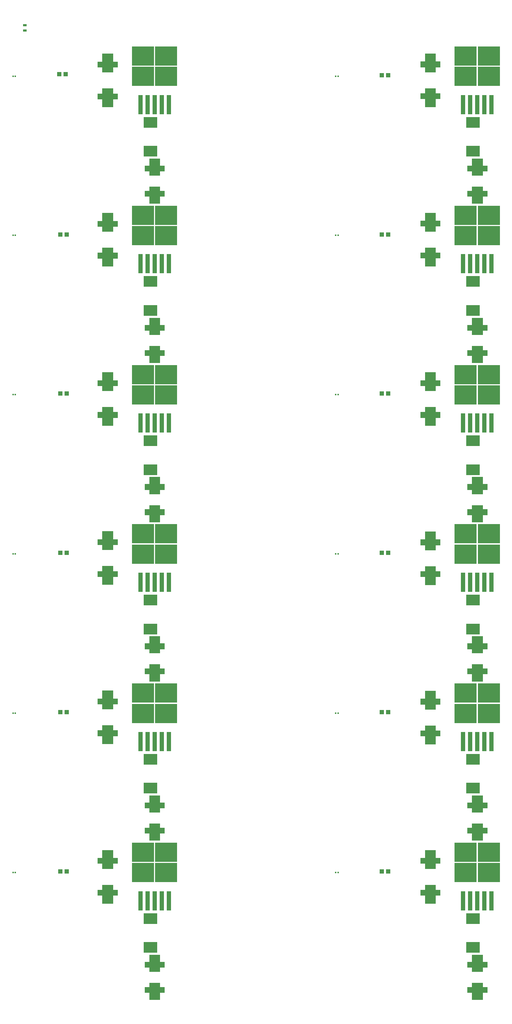
<source format=gbr>
%TF.GenerationSoftware,KiCad,Pcbnew,(6.0.1)*%
%TF.CreationDate,2022-05-02T23:55:26+02:00*%
%TF.ProjectId,CMU,434d552e-6b69-4636-9164-5f7063625858,rev?*%
%TF.SameCoordinates,Original*%
%TF.FileFunction,Paste,Top*%
%TF.FilePolarity,Positive*%
%FSLAX46Y46*%
G04 Gerber Fmt 4.6, Leading zero omitted, Abs format (unit mm)*
G04 Created by KiCad (PCBNEW (6.0.1)) date 2022-05-02 23:55:26*
%MOMM*%
%LPD*%
G01*
G04 APERTURE LIST*
%ADD10C,0.010000*%
%ADD11R,3.300000X2.500000*%
%ADD12R,5.250000X4.550000*%
%ADD13R,1.100000X4.600000*%
%ADD14R,1.000000X1.020000*%
%ADD15R,0.400000X0.420000*%
%ADD16R,0.900000X0.500000*%
G04 APERTURE END LIST*
D10*
%TO.C,C40*%
X101350000Y-182350000D02*
X100250000Y-182350000D01*
X100250000Y-182350000D02*
X100250000Y-180650000D01*
X100250000Y-180650000D02*
X97750000Y-180650000D01*
X97750000Y-180650000D02*
X97750000Y-182350000D01*
X97750000Y-182350000D02*
X96650000Y-182350000D01*
X96650000Y-182350000D02*
X96650000Y-183650000D01*
X96650000Y-183650000D02*
X97750000Y-183650000D01*
X97750000Y-183650000D02*
X97750000Y-184650000D01*
X97750000Y-184650000D02*
X100250000Y-184650000D01*
X100250000Y-184650000D02*
X100250000Y-183650000D01*
X100250000Y-183650000D02*
X101350000Y-183650000D01*
X101350000Y-183650000D02*
X101350000Y-182350000D01*
G36*
X100250000Y-182350000D02*
G01*
X101350000Y-182350000D01*
X101350000Y-183650000D01*
X100250000Y-183650000D01*
X100250000Y-184650000D01*
X97750000Y-184650000D01*
X97750000Y-183650000D01*
X96650000Y-183650000D01*
X96650000Y-182350000D01*
X97750000Y-182350000D01*
X97750000Y-180650000D01*
X100250000Y-180650000D01*
X100250000Y-182350000D01*
G37*
X100250000Y-182350000D02*
X101350000Y-182350000D01*
X101350000Y-183650000D01*
X100250000Y-183650000D01*
X100250000Y-184650000D01*
X97750000Y-184650000D01*
X97750000Y-183650000D01*
X96650000Y-183650000D01*
X96650000Y-182350000D01*
X97750000Y-182350000D01*
X97750000Y-180650000D01*
X100250000Y-180650000D01*
X100250000Y-182350000D01*
X101350000Y-189650000D02*
X100250000Y-189650000D01*
X100250000Y-189650000D02*
X100250000Y-191350000D01*
X100250000Y-191350000D02*
X97750000Y-191350000D01*
X97750000Y-191350000D02*
X97750000Y-189650000D01*
X97750000Y-189650000D02*
X96650000Y-189650000D01*
X96650000Y-189650000D02*
X96650000Y-188350000D01*
X96650000Y-188350000D02*
X97750000Y-188350000D01*
X97750000Y-188350000D02*
X97750000Y-187350000D01*
X97750000Y-187350000D02*
X100250000Y-187350000D01*
X100250000Y-187350000D02*
X100250000Y-188350000D01*
X100250000Y-188350000D02*
X101350000Y-188350000D01*
X101350000Y-188350000D02*
X101350000Y-189650000D01*
G36*
X100250000Y-188350000D02*
G01*
X101350000Y-188350000D01*
X101350000Y-189650000D01*
X100250000Y-189650000D01*
X100250000Y-191350000D01*
X97750000Y-191350000D01*
X97750000Y-189650000D01*
X96650000Y-189650000D01*
X96650000Y-188350000D01*
X97750000Y-188350000D01*
X97750000Y-187350000D01*
X100250000Y-187350000D01*
X100250000Y-188350000D01*
G37*
X100250000Y-188350000D02*
X101350000Y-188350000D01*
X101350000Y-189650000D01*
X100250000Y-189650000D01*
X100250000Y-191350000D01*
X97750000Y-191350000D01*
X97750000Y-189650000D01*
X96650000Y-189650000D01*
X96650000Y-188350000D01*
X97750000Y-188350000D01*
X97750000Y-187350000D01*
X100250000Y-187350000D01*
X100250000Y-188350000D01*
%TO.C,C31*%
X162400000Y-43500000D02*
X163500000Y-43500000D01*
X163500000Y-43500000D02*
X163500000Y-41600000D01*
X163500000Y-41600000D02*
X166000000Y-41600000D01*
X166000000Y-41600000D02*
X166000000Y-43500000D01*
X166000000Y-43500000D02*
X167100000Y-43500000D01*
X167100000Y-43500000D02*
X167100000Y-44800000D01*
X167100000Y-44800000D02*
X166000000Y-44800000D01*
X166000000Y-44800000D02*
X166000000Y-46000000D01*
X166000000Y-46000000D02*
X163500000Y-46000000D01*
X163500000Y-46000000D02*
X163500000Y-44800000D01*
X163500000Y-44800000D02*
X162400000Y-44800000D01*
X162400000Y-44800000D02*
X162400000Y-43500000D01*
G36*
X166000000Y-43500000D02*
G01*
X167100000Y-43500000D01*
X167100000Y-44800000D01*
X166000000Y-44800000D01*
X166000000Y-46000000D01*
X163500000Y-46000000D01*
X163500000Y-44800000D01*
X162400000Y-44800000D01*
X162400000Y-43500000D01*
X163500000Y-43500000D01*
X163500000Y-41600000D01*
X166000000Y-41600000D01*
X166000000Y-43500000D01*
G37*
X166000000Y-43500000D02*
X167100000Y-43500000D01*
X167100000Y-44800000D01*
X166000000Y-44800000D01*
X166000000Y-46000000D01*
X163500000Y-46000000D01*
X163500000Y-44800000D01*
X162400000Y-44800000D01*
X162400000Y-43500000D01*
X163500000Y-43500000D01*
X163500000Y-41600000D01*
X166000000Y-41600000D01*
X166000000Y-43500000D01*
X162400000Y-52400000D02*
X163500000Y-52400000D01*
X163500000Y-52400000D02*
X163500000Y-54300000D01*
X163500000Y-54300000D02*
X166000000Y-54300000D01*
X166000000Y-54300000D02*
X166000000Y-52400000D01*
X166000000Y-52400000D02*
X167100000Y-52400000D01*
X167100000Y-52400000D02*
X167100000Y-51100000D01*
X167100000Y-51100000D02*
X166000000Y-51100000D01*
X166000000Y-51100000D02*
X166000000Y-49900000D01*
X166000000Y-49900000D02*
X163500000Y-49900000D01*
X163500000Y-49900000D02*
X163500000Y-51100000D01*
X163500000Y-51100000D02*
X162400000Y-51100000D01*
X162400000Y-51100000D02*
X162400000Y-52400000D01*
G36*
X166000000Y-51100000D02*
G01*
X167100000Y-51100000D01*
X167100000Y-52400000D01*
X166000000Y-52400000D01*
X166000000Y-54300000D01*
X163500000Y-54300000D01*
X163500000Y-52400000D01*
X162400000Y-52400000D01*
X162400000Y-51100000D01*
X163500000Y-51100000D01*
X163500000Y-49900000D01*
X166000000Y-49900000D01*
X166000000Y-51100000D01*
G37*
X166000000Y-51100000D02*
X167100000Y-51100000D01*
X167100000Y-52400000D01*
X166000000Y-52400000D01*
X166000000Y-54300000D01*
X163500000Y-54300000D01*
X163500000Y-52400000D01*
X162400000Y-52400000D01*
X162400000Y-51100000D01*
X163500000Y-51100000D01*
X163500000Y-49900000D01*
X166000000Y-49900000D01*
X166000000Y-51100000D01*
%TO.C,C38*%
X101350000Y-106350000D02*
X100250000Y-106350000D01*
X100250000Y-106350000D02*
X100250000Y-104650000D01*
X100250000Y-104650000D02*
X97750000Y-104650000D01*
X97750000Y-104650000D02*
X97750000Y-106350000D01*
X97750000Y-106350000D02*
X96650000Y-106350000D01*
X96650000Y-106350000D02*
X96650000Y-107650000D01*
X96650000Y-107650000D02*
X97750000Y-107650000D01*
X97750000Y-107650000D02*
X97750000Y-108650000D01*
X97750000Y-108650000D02*
X100250000Y-108650000D01*
X100250000Y-108650000D02*
X100250000Y-107650000D01*
X100250000Y-107650000D02*
X101350000Y-107650000D01*
X101350000Y-107650000D02*
X101350000Y-106350000D01*
G36*
X100250000Y-106350000D02*
G01*
X101350000Y-106350000D01*
X101350000Y-107650000D01*
X100250000Y-107650000D01*
X100250000Y-108650000D01*
X97750000Y-108650000D01*
X97750000Y-107650000D01*
X96650000Y-107650000D01*
X96650000Y-106350000D01*
X97750000Y-106350000D01*
X97750000Y-104650000D01*
X100250000Y-104650000D01*
X100250000Y-106350000D01*
G37*
X100250000Y-106350000D02*
X101350000Y-106350000D01*
X101350000Y-107650000D01*
X100250000Y-107650000D01*
X100250000Y-108650000D01*
X97750000Y-108650000D01*
X97750000Y-107650000D01*
X96650000Y-107650000D01*
X96650000Y-106350000D01*
X97750000Y-106350000D01*
X97750000Y-104650000D01*
X100250000Y-104650000D01*
X100250000Y-106350000D01*
X101350000Y-113650000D02*
X100250000Y-113650000D01*
X100250000Y-113650000D02*
X100250000Y-115350000D01*
X100250000Y-115350000D02*
X97750000Y-115350000D01*
X97750000Y-115350000D02*
X97750000Y-113650000D01*
X97750000Y-113650000D02*
X96650000Y-113650000D01*
X96650000Y-113650000D02*
X96650000Y-112350000D01*
X96650000Y-112350000D02*
X97750000Y-112350000D01*
X97750000Y-112350000D02*
X97750000Y-111350000D01*
X97750000Y-111350000D02*
X100250000Y-111350000D01*
X100250000Y-111350000D02*
X100250000Y-112350000D01*
X100250000Y-112350000D02*
X101350000Y-112350000D01*
X101350000Y-112350000D02*
X101350000Y-113650000D01*
G36*
X100250000Y-112350000D02*
G01*
X101350000Y-112350000D01*
X101350000Y-113650000D01*
X100250000Y-113650000D01*
X100250000Y-115350000D01*
X97750000Y-115350000D01*
X97750000Y-113650000D01*
X96650000Y-113650000D01*
X96650000Y-112350000D01*
X97750000Y-112350000D01*
X97750000Y-111350000D01*
X100250000Y-111350000D01*
X100250000Y-112350000D01*
G37*
X100250000Y-112350000D02*
X101350000Y-112350000D01*
X101350000Y-113650000D01*
X100250000Y-113650000D01*
X100250000Y-115350000D01*
X97750000Y-115350000D01*
X97750000Y-113650000D01*
X96650000Y-113650000D01*
X96650000Y-112350000D01*
X97750000Y-112350000D01*
X97750000Y-111350000D01*
X100250000Y-111350000D01*
X100250000Y-112350000D01*
%TO.C,C39*%
X101350000Y-151650000D02*
X100250000Y-151650000D01*
X100250000Y-151650000D02*
X100250000Y-153350000D01*
X100250000Y-153350000D02*
X97750000Y-153350000D01*
X97750000Y-153350000D02*
X97750000Y-151650000D01*
X97750000Y-151650000D02*
X96650000Y-151650000D01*
X96650000Y-151650000D02*
X96650000Y-150350000D01*
X96650000Y-150350000D02*
X97750000Y-150350000D01*
X97750000Y-150350000D02*
X97750000Y-149350000D01*
X97750000Y-149350000D02*
X100250000Y-149350000D01*
X100250000Y-149350000D02*
X100250000Y-150350000D01*
X100250000Y-150350000D02*
X101350000Y-150350000D01*
X101350000Y-150350000D02*
X101350000Y-151650000D01*
G36*
X100250000Y-150350000D02*
G01*
X101350000Y-150350000D01*
X101350000Y-151650000D01*
X100250000Y-151650000D01*
X100250000Y-153350000D01*
X97750000Y-153350000D01*
X97750000Y-151650000D01*
X96650000Y-151650000D01*
X96650000Y-150350000D01*
X97750000Y-150350000D01*
X97750000Y-149350000D01*
X100250000Y-149350000D01*
X100250000Y-150350000D01*
G37*
X100250000Y-150350000D02*
X101350000Y-150350000D01*
X101350000Y-151650000D01*
X100250000Y-151650000D01*
X100250000Y-153350000D01*
X97750000Y-153350000D01*
X97750000Y-151650000D01*
X96650000Y-151650000D01*
X96650000Y-150350000D01*
X97750000Y-150350000D01*
X97750000Y-149350000D01*
X100250000Y-149350000D01*
X100250000Y-150350000D01*
X101350000Y-144350000D02*
X100250000Y-144350000D01*
X100250000Y-144350000D02*
X100250000Y-142650000D01*
X100250000Y-142650000D02*
X97750000Y-142650000D01*
X97750000Y-142650000D02*
X97750000Y-144350000D01*
X97750000Y-144350000D02*
X96650000Y-144350000D01*
X96650000Y-144350000D02*
X96650000Y-145650000D01*
X96650000Y-145650000D02*
X97750000Y-145650000D01*
X97750000Y-145650000D02*
X97750000Y-146650000D01*
X97750000Y-146650000D02*
X100250000Y-146650000D01*
X100250000Y-146650000D02*
X100250000Y-145650000D01*
X100250000Y-145650000D02*
X101350000Y-145650000D01*
X101350000Y-145650000D02*
X101350000Y-144350000D01*
G36*
X100250000Y-144350000D02*
G01*
X101350000Y-144350000D01*
X101350000Y-145650000D01*
X100250000Y-145650000D01*
X100250000Y-146650000D01*
X97750000Y-146650000D01*
X97750000Y-145650000D01*
X96650000Y-145650000D01*
X96650000Y-144350000D01*
X97750000Y-144350000D01*
X97750000Y-142650000D01*
X100250000Y-142650000D01*
X100250000Y-144350000D01*
G37*
X100250000Y-144350000D02*
X101350000Y-144350000D01*
X101350000Y-145650000D01*
X100250000Y-145650000D01*
X100250000Y-146650000D01*
X97750000Y-146650000D01*
X97750000Y-145650000D01*
X96650000Y-145650000D01*
X96650000Y-144350000D01*
X97750000Y-144350000D01*
X97750000Y-142650000D01*
X100250000Y-142650000D01*
X100250000Y-144350000D01*
%TO.C,C32*%
X162400000Y-81500000D02*
X163500000Y-81500000D01*
X163500000Y-81500000D02*
X163500000Y-79600000D01*
X163500000Y-79600000D02*
X166000000Y-79600000D01*
X166000000Y-79600000D02*
X166000000Y-81500000D01*
X166000000Y-81500000D02*
X167100000Y-81500000D01*
X167100000Y-81500000D02*
X167100000Y-82800000D01*
X167100000Y-82800000D02*
X166000000Y-82800000D01*
X166000000Y-82800000D02*
X166000000Y-84000000D01*
X166000000Y-84000000D02*
X163500000Y-84000000D01*
X163500000Y-84000000D02*
X163500000Y-82800000D01*
X163500000Y-82800000D02*
X162400000Y-82800000D01*
X162400000Y-82800000D02*
X162400000Y-81500000D01*
G36*
X166000000Y-81500000D02*
G01*
X167100000Y-81500000D01*
X167100000Y-82800000D01*
X166000000Y-82800000D01*
X166000000Y-84000000D01*
X163500000Y-84000000D01*
X163500000Y-82800000D01*
X162400000Y-82800000D01*
X162400000Y-81500000D01*
X163500000Y-81500000D01*
X163500000Y-79600000D01*
X166000000Y-79600000D01*
X166000000Y-81500000D01*
G37*
X166000000Y-81500000D02*
X167100000Y-81500000D01*
X167100000Y-82800000D01*
X166000000Y-82800000D01*
X166000000Y-84000000D01*
X163500000Y-84000000D01*
X163500000Y-82800000D01*
X162400000Y-82800000D01*
X162400000Y-81500000D01*
X163500000Y-81500000D01*
X163500000Y-79600000D01*
X166000000Y-79600000D01*
X166000000Y-81500000D01*
X162400000Y-90400000D02*
X163500000Y-90400000D01*
X163500000Y-90400000D02*
X163500000Y-92300000D01*
X163500000Y-92300000D02*
X166000000Y-92300000D01*
X166000000Y-92300000D02*
X166000000Y-90400000D01*
X166000000Y-90400000D02*
X167100000Y-90400000D01*
X167100000Y-90400000D02*
X167100000Y-89100000D01*
X167100000Y-89100000D02*
X166000000Y-89100000D01*
X166000000Y-89100000D02*
X166000000Y-87900000D01*
X166000000Y-87900000D02*
X163500000Y-87900000D01*
X163500000Y-87900000D02*
X163500000Y-89100000D01*
X163500000Y-89100000D02*
X162400000Y-89100000D01*
X162400000Y-89100000D02*
X162400000Y-90400000D01*
G36*
X166000000Y-89100000D02*
G01*
X167100000Y-89100000D01*
X167100000Y-90400000D01*
X166000000Y-90400000D01*
X166000000Y-92300000D01*
X163500000Y-92300000D01*
X163500000Y-90400000D01*
X162400000Y-90400000D01*
X162400000Y-89100000D01*
X163500000Y-89100000D01*
X163500000Y-87900000D01*
X166000000Y-87900000D01*
X166000000Y-89100000D01*
G37*
X166000000Y-89100000D02*
X167100000Y-89100000D01*
X167100000Y-90400000D01*
X166000000Y-90400000D01*
X166000000Y-92300000D01*
X163500000Y-92300000D01*
X163500000Y-90400000D01*
X162400000Y-90400000D01*
X162400000Y-89100000D01*
X163500000Y-89100000D01*
X163500000Y-87900000D01*
X166000000Y-87900000D01*
X166000000Y-89100000D01*
%TO.C,C27*%
X85400000Y-119550000D02*
X86500000Y-119550000D01*
X86500000Y-119550000D02*
X86500000Y-117650000D01*
X86500000Y-117650000D02*
X89000000Y-117650000D01*
X89000000Y-117650000D02*
X89000000Y-119550000D01*
X89000000Y-119550000D02*
X90100000Y-119550000D01*
X90100000Y-119550000D02*
X90100000Y-120850000D01*
X90100000Y-120850000D02*
X89000000Y-120850000D01*
X89000000Y-120850000D02*
X89000000Y-122050000D01*
X89000000Y-122050000D02*
X86500000Y-122050000D01*
X86500000Y-122050000D02*
X86500000Y-120850000D01*
X86500000Y-120850000D02*
X85400000Y-120850000D01*
X85400000Y-120850000D02*
X85400000Y-119550000D01*
G36*
X89000000Y-119550000D02*
G01*
X90100000Y-119550000D01*
X90100000Y-120850000D01*
X89000000Y-120850000D01*
X89000000Y-122050000D01*
X86500000Y-122050000D01*
X86500000Y-120850000D01*
X85400000Y-120850000D01*
X85400000Y-119550000D01*
X86500000Y-119550000D01*
X86500000Y-117650000D01*
X89000000Y-117650000D01*
X89000000Y-119550000D01*
G37*
X89000000Y-119550000D02*
X90100000Y-119550000D01*
X90100000Y-120850000D01*
X89000000Y-120850000D01*
X89000000Y-122050000D01*
X86500000Y-122050000D01*
X86500000Y-120850000D01*
X85400000Y-120850000D01*
X85400000Y-119550000D01*
X86500000Y-119550000D01*
X86500000Y-117650000D01*
X89000000Y-117650000D01*
X89000000Y-119550000D01*
X85400000Y-128450000D02*
X86500000Y-128450000D01*
X86500000Y-128450000D02*
X86500000Y-130350000D01*
X86500000Y-130350000D02*
X89000000Y-130350000D01*
X89000000Y-130350000D02*
X89000000Y-128450000D01*
X89000000Y-128450000D02*
X90100000Y-128450000D01*
X90100000Y-128450000D02*
X90100000Y-127150000D01*
X90100000Y-127150000D02*
X89000000Y-127150000D01*
X89000000Y-127150000D02*
X89000000Y-125950000D01*
X89000000Y-125950000D02*
X86500000Y-125950000D01*
X86500000Y-125950000D02*
X86500000Y-127150000D01*
X86500000Y-127150000D02*
X85400000Y-127150000D01*
X85400000Y-127150000D02*
X85400000Y-128450000D01*
G36*
X89000000Y-127150000D02*
G01*
X90100000Y-127150000D01*
X90100000Y-128450000D01*
X89000000Y-128450000D01*
X89000000Y-130350000D01*
X86500000Y-130350000D01*
X86500000Y-128450000D01*
X85400000Y-128450000D01*
X85400000Y-127150000D01*
X86500000Y-127150000D01*
X86500000Y-125950000D01*
X89000000Y-125950000D01*
X89000000Y-127150000D01*
G37*
X89000000Y-127150000D02*
X90100000Y-127150000D01*
X90100000Y-128450000D01*
X89000000Y-128450000D01*
X89000000Y-130350000D01*
X86500000Y-130350000D01*
X86500000Y-128450000D01*
X85400000Y-128450000D01*
X85400000Y-127150000D01*
X86500000Y-127150000D01*
X86500000Y-125950000D01*
X89000000Y-125950000D01*
X89000000Y-127150000D01*
%TO.C,C37*%
X101350000Y-68350000D02*
X100250000Y-68350000D01*
X100250000Y-68350000D02*
X100250000Y-66650000D01*
X100250000Y-66650000D02*
X97750000Y-66650000D01*
X97750000Y-66650000D02*
X97750000Y-68350000D01*
X97750000Y-68350000D02*
X96650000Y-68350000D01*
X96650000Y-68350000D02*
X96650000Y-69650000D01*
X96650000Y-69650000D02*
X97750000Y-69650000D01*
X97750000Y-69650000D02*
X97750000Y-70650000D01*
X97750000Y-70650000D02*
X100250000Y-70650000D01*
X100250000Y-70650000D02*
X100250000Y-69650000D01*
X100250000Y-69650000D02*
X101350000Y-69650000D01*
X101350000Y-69650000D02*
X101350000Y-68350000D01*
G36*
X100250000Y-68350000D02*
G01*
X101350000Y-68350000D01*
X101350000Y-69650000D01*
X100250000Y-69650000D01*
X100250000Y-70650000D01*
X97750000Y-70650000D01*
X97750000Y-69650000D01*
X96650000Y-69650000D01*
X96650000Y-68350000D01*
X97750000Y-68350000D01*
X97750000Y-66650000D01*
X100250000Y-66650000D01*
X100250000Y-68350000D01*
G37*
X100250000Y-68350000D02*
X101350000Y-68350000D01*
X101350000Y-69650000D01*
X100250000Y-69650000D01*
X100250000Y-70650000D01*
X97750000Y-70650000D01*
X97750000Y-69650000D01*
X96650000Y-69650000D01*
X96650000Y-68350000D01*
X97750000Y-68350000D01*
X97750000Y-66650000D01*
X100250000Y-66650000D01*
X100250000Y-68350000D01*
X101350000Y-75650000D02*
X100250000Y-75650000D01*
X100250000Y-75650000D02*
X100250000Y-77350000D01*
X100250000Y-77350000D02*
X97750000Y-77350000D01*
X97750000Y-77350000D02*
X97750000Y-75650000D01*
X97750000Y-75650000D02*
X96650000Y-75650000D01*
X96650000Y-75650000D02*
X96650000Y-74350000D01*
X96650000Y-74350000D02*
X97750000Y-74350000D01*
X97750000Y-74350000D02*
X97750000Y-73350000D01*
X97750000Y-73350000D02*
X100250000Y-73350000D01*
X100250000Y-73350000D02*
X100250000Y-74350000D01*
X100250000Y-74350000D02*
X101350000Y-74350000D01*
X101350000Y-74350000D02*
X101350000Y-75650000D01*
G36*
X100250000Y-74350000D02*
G01*
X101350000Y-74350000D01*
X101350000Y-75650000D01*
X100250000Y-75650000D01*
X100250000Y-77350000D01*
X97750000Y-77350000D01*
X97750000Y-75650000D01*
X96650000Y-75650000D01*
X96650000Y-74350000D01*
X97750000Y-74350000D01*
X97750000Y-73350000D01*
X100250000Y-73350000D01*
X100250000Y-74350000D01*
G37*
X100250000Y-74350000D02*
X101350000Y-74350000D01*
X101350000Y-75650000D01*
X100250000Y-75650000D01*
X100250000Y-77350000D01*
X97750000Y-77350000D01*
X97750000Y-75650000D01*
X96650000Y-75650000D01*
X96650000Y-74350000D01*
X97750000Y-74350000D01*
X97750000Y-73350000D01*
X100250000Y-73350000D01*
X100250000Y-74350000D01*
%TO.C,C30*%
X85400000Y-233550000D02*
X86500000Y-233550000D01*
X86500000Y-233550000D02*
X86500000Y-231650000D01*
X86500000Y-231650000D02*
X89000000Y-231650000D01*
X89000000Y-231650000D02*
X89000000Y-233550000D01*
X89000000Y-233550000D02*
X90100000Y-233550000D01*
X90100000Y-233550000D02*
X90100000Y-234850000D01*
X90100000Y-234850000D02*
X89000000Y-234850000D01*
X89000000Y-234850000D02*
X89000000Y-236050000D01*
X89000000Y-236050000D02*
X86500000Y-236050000D01*
X86500000Y-236050000D02*
X86500000Y-234850000D01*
X86500000Y-234850000D02*
X85400000Y-234850000D01*
X85400000Y-234850000D02*
X85400000Y-233550000D01*
G36*
X89000000Y-233550000D02*
G01*
X90100000Y-233550000D01*
X90100000Y-234850000D01*
X89000000Y-234850000D01*
X89000000Y-236050000D01*
X86500000Y-236050000D01*
X86500000Y-234850000D01*
X85400000Y-234850000D01*
X85400000Y-233550000D01*
X86500000Y-233550000D01*
X86500000Y-231650000D01*
X89000000Y-231650000D01*
X89000000Y-233550000D01*
G37*
X89000000Y-233550000D02*
X90100000Y-233550000D01*
X90100000Y-234850000D01*
X89000000Y-234850000D01*
X89000000Y-236050000D01*
X86500000Y-236050000D01*
X86500000Y-234850000D01*
X85400000Y-234850000D01*
X85400000Y-233550000D01*
X86500000Y-233550000D01*
X86500000Y-231650000D01*
X89000000Y-231650000D01*
X89000000Y-233550000D01*
X85400000Y-242450000D02*
X86500000Y-242450000D01*
X86500000Y-242450000D02*
X86500000Y-244350000D01*
X86500000Y-244350000D02*
X89000000Y-244350000D01*
X89000000Y-244350000D02*
X89000000Y-242450000D01*
X89000000Y-242450000D02*
X90100000Y-242450000D01*
X90100000Y-242450000D02*
X90100000Y-241150000D01*
X90100000Y-241150000D02*
X89000000Y-241150000D01*
X89000000Y-241150000D02*
X89000000Y-239950000D01*
X89000000Y-239950000D02*
X86500000Y-239950000D01*
X86500000Y-239950000D02*
X86500000Y-241150000D01*
X86500000Y-241150000D02*
X85400000Y-241150000D01*
X85400000Y-241150000D02*
X85400000Y-242450000D01*
G36*
X89000000Y-241150000D02*
G01*
X90100000Y-241150000D01*
X90100000Y-242450000D01*
X89000000Y-242450000D01*
X89000000Y-244350000D01*
X86500000Y-244350000D01*
X86500000Y-242450000D01*
X85400000Y-242450000D01*
X85400000Y-241150000D01*
X86500000Y-241150000D01*
X86500000Y-239950000D01*
X89000000Y-239950000D01*
X89000000Y-241150000D01*
G37*
X89000000Y-241150000D02*
X90100000Y-241150000D01*
X90100000Y-242450000D01*
X89000000Y-242450000D01*
X89000000Y-244350000D01*
X86500000Y-244350000D01*
X86500000Y-242450000D01*
X85400000Y-242450000D01*
X85400000Y-241150000D01*
X86500000Y-241150000D01*
X86500000Y-239950000D01*
X89000000Y-239950000D01*
X89000000Y-241150000D01*
%TO.C,C29*%
X85400000Y-195500000D02*
X86500000Y-195500000D01*
X86500000Y-195500000D02*
X86500000Y-193600000D01*
X86500000Y-193600000D02*
X89000000Y-193600000D01*
X89000000Y-193600000D02*
X89000000Y-195500000D01*
X89000000Y-195500000D02*
X90100000Y-195500000D01*
X90100000Y-195500000D02*
X90100000Y-196800000D01*
X90100000Y-196800000D02*
X89000000Y-196800000D01*
X89000000Y-196800000D02*
X89000000Y-198000000D01*
X89000000Y-198000000D02*
X86500000Y-198000000D01*
X86500000Y-198000000D02*
X86500000Y-196800000D01*
X86500000Y-196800000D02*
X85400000Y-196800000D01*
X85400000Y-196800000D02*
X85400000Y-195500000D01*
G36*
X89000000Y-195500000D02*
G01*
X90100000Y-195500000D01*
X90100000Y-196800000D01*
X89000000Y-196800000D01*
X89000000Y-198000000D01*
X86500000Y-198000000D01*
X86500000Y-196800000D01*
X85400000Y-196800000D01*
X85400000Y-195500000D01*
X86500000Y-195500000D01*
X86500000Y-193600000D01*
X89000000Y-193600000D01*
X89000000Y-195500000D01*
G37*
X89000000Y-195500000D02*
X90100000Y-195500000D01*
X90100000Y-196800000D01*
X89000000Y-196800000D01*
X89000000Y-198000000D01*
X86500000Y-198000000D01*
X86500000Y-196800000D01*
X85400000Y-196800000D01*
X85400000Y-195500000D01*
X86500000Y-195500000D01*
X86500000Y-193600000D01*
X89000000Y-193600000D01*
X89000000Y-195500000D01*
X85400000Y-204400000D02*
X86500000Y-204400000D01*
X86500000Y-204400000D02*
X86500000Y-206300000D01*
X86500000Y-206300000D02*
X89000000Y-206300000D01*
X89000000Y-206300000D02*
X89000000Y-204400000D01*
X89000000Y-204400000D02*
X90100000Y-204400000D01*
X90100000Y-204400000D02*
X90100000Y-203100000D01*
X90100000Y-203100000D02*
X89000000Y-203100000D01*
X89000000Y-203100000D02*
X89000000Y-201900000D01*
X89000000Y-201900000D02*
X86500000Y-201900000D01*
X86500000Y-201900000D02*
X86500000Y-203100000D01*
X86500000Y-203100000D02*
X85400000Y-203100000D01*
X85400000Y-203100000D02*
X85400000Y-204400000D01*
G36*
X89000000Y-203100000D02*
G01*
X90100000Y-203100000D01*
X90100000Y-204400000D01*
X89000000Y-204400000D01*
X89000000Y-206300000D01*
X86500000Y-206300000D01*
X86500000Y-204400000D01*
X85400000Y-204400000D01*
X85400000Y-203100000D01*
X86500000Y-203100000D01*
X86500000Y-201900000D01*
X89000000Y-201900000D01*
X89000000Y-203100000D01*
G37*
X89000000Y-203100000D02*
X90100000Y-203100000D01*
X90100000Y-204400000D01*
X89000000Y-204400000D01*
X89000000Y-206300000D01*
X86500000Y-206300000D01*
X86500000Y-204400000D01*
X85400000Y-204400000D01*
X85400000Y-203100000D01*
X86500000Y-203100000D01*
X86500000Y-201900000D01*
X89000000Y-201900000D01*
X89000000Y-203100000D01*
%TO.C,C43*%
X178350000Y-68350000D02*
X177250000Y-68350000D01*
X177250000Y-68350000D02*
X177250000Y-66650000D01*
X177250000Y-66650000D02*
X174750000Y-66650000D01*
X174750000Y-66650000D02*
X174750000Y-68350000D01*
X174750000Y-68350000D02*
X173650000Y-68350000D01*
X173650000Y-68350000D02*
X173650000Y-69650000D01*
X173650000Y-69650000D02*
X174750000Y-69650000D01*
X174750000Y-69650000D02*
X174750000Y-70650000D01*
X174750000Y-70650000D02*
X177250000Y-70650000D01*
X177250000Y-70650000D02*
X177250000Y-69650000D01*
X177250000Y-69650000D02*
X178350000Y-69650000D01*
X178350000Y-69650000D02*
X178350000Y-68350000D01*
G36*
X177250000Y-68350000D02*
G01*
X178350000Y-68350000D01*
X178350000Y-69650000D01*
X177250000Y-69650000D01*
X177250000Y-70650000D01*
X174750000Y-70650000D01*
X174750000Y-69650000D01*
X173650000Y-69650000D01*
X173650000Y-68350000D01*
X174750000Y-68350000D01*
X174750000Y-66650000D01*
X177250000Y-66650000D01*
X177250000Y-68350000D01*
G37*
X177250000Y-68350000D02*
X178350000Y-68350000D01*
X178350000Y-69650000D01*
X177250000Y-69650000D01*
X177250000Y-70650000D01*
X174750000Y-70650000D01*
X174750000Y-69650000D01*
X173650000Y-69650000D01*
X173650000Y-68350000D01*
X174750000Y-68350000D01*
X174750000Y-66650000D01*
X177250000Y-66650000D01*
X177250000Y-68350000D01*
X178350000Y-75650000D02*
X177250000Y-75650000D01*
X177250000Y-75650000D02*
X177250000Y-77350000D01*
X177250000Y-77350000D02*
X174750000Y-77350000D01*
X174750000Y-77350000D02*
X174750000Y-75650000D01*
X174750000Y-75650000D02*
X173650000Y-75650000D01*
X173650000Y-75650000D02*
X173650000Y-74350000D01*
X173650000Y-74350000D02*
X174750000Y-74350000D01*
X174750000Y-74350000D02*
X174750000Y-73350000D01*
X174750000Y-73350000D02*
X177250000Y-73350000D01*
X177250000Y-73350000D02*
X177250000Y-74350000D01*
X177250000Y-74350000D02*
X178350000Y-74350000D01*
X178350000Y-74350000D02*
X178350000Y-75650000D01*
G36*
X177250000Y-74350000D02*
G01*
X178350000Y-74350000D01*
X178350000Y-75650000D01*
X177250000Y-75650000D01*
X177250000Y-77350000D01*
X174750000Y-77350000D01*
X174750000Y-75650000D01*
X173650000Y-75650000D01*
X173650000Y-74350000D01*
X174750000Y-74350000D01*
X174750000Y-73350000D01*
X177250000Y-73350000D01*
X177250000Y-74350000D01*
G37*
X177250000Y-74350000D02*
X178350000Y-74350000D01*
X178350000Y-75650000D01*
X177250000Y-75650000D01*
X177250000Y-77350000D01*
X174750000Y-77350000D01*
X174750000Y-75650000D01*
X173650000Y-75650000D01*
X173650000Y-74350000D01*
X174750000Y-74350000D01*
X174750000Y-73350000D01*
X177250000Y-73350000D01*
X177250000Y-74350000D01*
%TO.C,C46*%
X178350000Y-189650000D02*
X177250000Y-189650000D01*
X177250000Y-189650000D02*
X177250000Y-191350000D01*
X177250000Y-191350000D02*
X174750000Y-191350000D01*
X174750000Y-191350000D02*
X174750000Y-189650000D01*
X174750000Y-189650000D02*
X173650000Y-189650000D01*
X173650000Y-189650000D02*
X173650000Y-188350000D01*
X173650000Y-188350000D02*
X174750000Y-188350000D01*
X174750000Y-188350000D02*
X174750000Y-187350000D01*
X174750000Y-187350000D02*
X177250000Y-187350000D01*
X177250000Y-187350000D02*
X177250000Y-188350000D01*
X177250000Y-188350000D02*
X178350000Y-188350000D01*
X178350000Y-188350000D02*
X178350000Y-189650000D01*
G36*
X177250000Y-188350000D02*
G01*
X178350000Y-188350000D01*
X178350000Y-189650000D01*
X177250000Y-189650000D01*
X177250000Y-191350000D01*
X174750000Y-191350000D01*
X174750000Y-189650000D01*
X173650000Y-189650000D01*
X173650000Y-188350000D01*
X174750000Y-188350000D01*
X174750000Y-187350000D01*
X177250000Y-187350000D01*
X177250000Y-188350000D01*
G37*
X177250000Y-188350000D02*
X178350000Y-188350000D01*
X178350000Y-189650000D01*
X177250000Y-189650000D01*
X177250000Y-191350000D01*
X174750000Y-191350000D01*
X174750000Y-189650000D01*
X173650000Y-189650000D01*
X173650000Y-188350000D01*
X174750000Y-188350000D01*
X174750000Y-187350000D01*
X177250000Y-187350000D01*
X177250000Y-188350000D01*
X178350000Y-182350000D02*
X177250000Y-182350000D01*
X177250000Y-182350000D02*
X177250000Y-180650000D01*
X177250000Y-180650000D02*
X174750000Y-180650000D01*
X174750000Y-180650000D02*
X174750000Y-182350000D01*
X174750000Y-182350000D02*
X173650000Y-182350000D01*
X173650000Y-182350000D02*
X173650000Y-183650000D01*
X173650000Y-183650000D02*
X174750000Y-183650000D01*
X174750000Y-183650000D02*
X174750000Y-184650000D01*
X174750000Y-184650000D02*
X177250000Y-184650000D01*
X177250000Y-184650000D02*
X177250000Y-183650000D01*
X177250000Y-183650000D02*
X178350000Y-183650000D01*
X178350000Y-183650000D02*
X178350000Y-182350000D01*
G36*
X177250000Y-182350000D02*
G01*
X178350000Y-182350000D01*
X178350000Y-183650000D01*
X177250000Y-183650000D01*
X177250000Y-184650000D01*
X174750000Y-184650000D01*
X174750000Y-183650000D01*
X173650000Y-183650000D01*
X173650000Y-182350000D01*
X174750000Y-182350000D01*
X174750000Y-180650000D01*
X177250000Y-180650000D01*
X177250000Y-182350000D01*
G37*
X177250000Y-182350000D02*
X178350000Y-182350000D01*
X178350000Y-183650000D01*
X177250000Y-183650000D01*
X177250000Y-184650000D01*
X174750000Y-184650000D01*
X174750000Y-183650000D01*
X173650000Y-183650000D01*
X173650000Y-182350000D01*
X174750000Y-182350000D01*
X174750000Y-180650000D01*
X177250000Y-180650000D01*
X177250000Y-182350000D01*
%TO.C,C25*%
X85400000Y-43550000D02*
X86500000Y-43550000D01*
X86500000Y-43550000D02*
X86500000Y-41650000D01*
X86500000Y-41650000D02*
X89000000Y-41650000D01*
X89000000Y-41650000D02*
X89000000Y-43550000D01*
X89000000Y-43550000D02*
X90100000Y-43550000D01*
X90100000Y-43550000D02*
X90100000Y-44850000D01*
X90100000Y-44850000D02*
X89000000Y-44850000D01*
X89000000Y-44850000D02*
X89000000Y-46050000D01*
X89000000Y-46050000D02*
X86500000Y-46050000D01*
X86500000Y-46050000D02*
X86500000Y-44850000D01*
X86500000Y-44850000D02*
X85400000Y-44850000D01*
X85400000Y-44850000D02*
X85400000Y-43550000D01*
G36*
X89000000Y-43550000D02*
G01*
X90100000Y-43550000D01*
X90100000Y-44850000D01*
X89000000Y-44850000D01*
X89000000Y-46050000D01*
X86500000Y-46050000D01*
X86500000Y-44850000D01*
X85400000Y-44850000D01*
X85400000Y-43550000D01*
X86500000Y-43550000D01*
X86500000Y-41650000D01*
X89000000Y-41650000D01*
X89000000Y-43550000D01*
G37*
X89000000Y-43550000D02*
X90100000Y-43550000D01*
X90100000Y-44850000D01*
X89000000Y-44850000D01*
X89000000Y-46050000D01*
X86500000Y-46050000D01*
X86500000Y-44850000D01*
X85400000Y-44850000D01*
X85400000Y-43550000D01*
X86500000Y-43550000D01*
X86500000Y-41650000D01*
X89000000Y-41650000D01*
X89000000Y-43550000D01*
X85400000Y-52450000D02*
X86500000Y-52450000D01*
X86500000Y-52450000D02*
X86500000Y-54350000D01*
X86500000Y-54350000D02*
X89000000Y-54350000D01*
X89000000Y-54350000D02*
X89000000Y-52450000D01*
X89000000Y-52450000D02*
X90100000Y-52450000D01*
X90100000Y-52450000D02*
X90100000Y-51150000D01*
X90100000Y-51150000D02*
X89000000Y-51150000D01*
X89000000Y-51150000D02*
X89000000Y-49950000D01*
X89000000Y-49950000D02*
X86500000Y-49950000D01*
X86500000Y-49950000D02*
X86500000Y-51150000D01*
X86500000Y-51150000D02*
X85400000Y-51150000D01*
X85400000Y-51150000D02*
X85400000Y-52450000D01*
G36*
X89000000Y-51150000D02*
G01*
X90100000Y-51150000D01*
X90100000Y-52450000D01*
X89000000Y-52450000D01*
X89000000Y-54350000D01*
X86500000Y-54350000D01*
X86500000Y-52450000D01*
X85400000Y-52450000D01*
X85400000Y-51150000D01*
X86500000Y-51150000D01*
X86500000Y-49950000D01*
X89000000Y-49950000D01*
X89000000Y-51150000D01*
G37*
X89000000Y-51150000D02*
X90100000Y-51150000D01*
X90100000Y-52450000D01*
X89000000Y-52450000D01*
X89000000Y-54350000D01*
X86500000Y-54350000D01*
X86500000Y-52450000D01*
X85400000Y-52450000D01*
X85400000Y-51150000D01*
X86500000Y-51150000D01*
X86500000Y-49950000D01*
X89000000Y-49950000D01*
X89000000Y-51150000D01*
%TO.C,C35*%
X162400000Y-204450000D02*
X163500000Y-204450000D01*
X163500000Y-204450000D02*
X163500000Y-206350000D01*
X163500000Y-206350000D02*
X166000000Y-206350000D01*
X166000000Y-206350000D02*
X166000000Y-204450000D01*
X166000000Y-204450000D02*
X167100000Y-204450000D01*
X167100000Y-204450000D02*
X167100000Y-203150000D01*
X167100000Y-203150000D02*
X166000000Y-203150000D01*
X166000000Y-203150000D02*
X166000000Y-201950000D01*
X166000000Y-201950000D02*
X163500000Y-201950000D01*
X163500000Y-201950000D02*
X163500000Y-203150000D01*
X163500000Y-203150000D02*
X162400000Y-203150000D01*
X162400000Y-203150000D02*
X162400000Y-204450000D01*
G36*
X166000000Y-203150000D02*
G01*
X167100000Y-203150000D01*
X167100000Y-204450000D01*
X166000000Y-204450000D01*
X166000000Y-206350000D01*
X163500000Y-206350000D01*
X163500000Y-204450000D01*
X162400000Y-204450000D01*
X162400000Y-203150000D01*
X163500000Y-203150000D01*
X163500000Y-201950000D01*
X166000000Y-201950000D01*
X166000000Y-203150000D01*
G37*
X166000000Y-203150000D02*
X167100000Y-203150000D01*
X167100000Y-204450000D01*
X166000000Y-204450000D01*
X166000000Y-206350000D01*
X163500000Y-206350000D01*
X163500000Y-204450000D01*
X162400000Y-204450000D01*
X162400000Y-203150000D01*
X163500000Y-203150000D01*
X163500000Y-201950000D01*
X166000000Y-201950000D01*
X166000000Y-203150000D01*
X162400000Y-195550000D02*
X163500000Y-195550000D01*
X163500000Y-195550000D02*
X163500000Y-193650000D01*
X163500000Y-193650000D02*
X166000000Y-193650000D01*
X166000000Y-193650000D02*
X166000000Y-195550000D01*
X166000000Y-195550000D02*
X167100000Y-195550000D01*
X167100000Y-195550000D02*
X167100000Y-196850000D01*
X167100000Y-196850000D02*
X166000000Y-196850000D01*
X166000000Y-196850000D02*
X166000000Y-198050000D01*
X166000000Y-198050000D02*
X163500000Y-198050000D01*
X163500000Y-198050000D02*
X163500000Y-196850000D01*
X163500000Y-196850000D02*
X162400000Y-196850000D01*
X162400000Y-196850000D02*
X162400000Y-195550000D01*
G36*
X166000000Y-195550000D02*
G01*
X167100000Y-195550000D01*
X167100000Y-196850000D01*
X166000000Y-196850000D01*
X166000000Y-198050000D01*
X163500000Y-198050000D01*
X163500000Y-196850000D01*
X162400000Y-196850000D01*
X162400000Y-195550000D01*
X163500000Y-195550000D01*
X163500000Y-193650000D01*
X166000000Y-193650000D01*
X166000000Y-195550000D01*
G37*
X166000000Y-195550000D02*
X167100000Y-195550000D01*
X167100000Y-196850000D01*
X166000000Y-196850000D01*
X166000000Y-198050000D01*
X163500000Y-198050000D01*
X163500000Y-196850000D01*
X162400000Y-196850000D01*
X162400000Y-195550000D01*
X163500000Y-195550000D01*
X163500000Y-193650000D01*
X166000000Y-193650000D01*
X166000000Y-195550000D01*
%TO.C,C44*%
X178350000Y-106350000D02*
X177250000Y-106350000D01*
X177250000Y-106350000D02*
X177250000Y-104650000D01*
X177250000Y-104650000D02*
X174750000Y-104650000D01*
X174750000Y-104650000D02*
X174750000Y-106350000D01*
X174750000Y-106350000D02*
X173650000Y-106350000D01*
X173650000Y-106350000D02*
X173650000Y-107650000D01*
X173650000Y-107650000D02*
X174750000Y-107650000D01*
X174750000Y-107650000D02*
X174750000Y-108650000D01*
X174750000Y-108650000D02*
X177250000Y-108650000D01*
X177250000Y-108650000D02*
X177250000Y-107650000D01*
X177250000Y-107650000D02*
X178350000Y-107650000D01*
X178350000Y-107650000D02*
X178350000Y-106350000D01*
G36*
X177250000Y-106350000D02*
G01*
X178350000Y-106350000D01*
X178350000Y-107650000D01*
X177250000Y-107650000D01*
X177250000Y-108650000D01*
X174750000Y-108650000D01*
X174750000Y-107650000D01*
X173650000Y-107650000D01*
X173650000Y-106350000D01*
X174750000Y-106350000D01*
X174750000Y-104650000D01*
X177250000Y-104650000D01*
X177250000Y-106350000D01*
G37*
X177250000Y-106350000D02*
X178350000Y-106350000D01*
X178350000Y-107650000D01*
X177250000Y-107650000D01*
X177250000Y-108650000D01*
X174750000Y-108650000D01*
X174750000Y-107650000D01*
X173650000Y-107650000D01*
X173650000Y-106350000D01*
X174750000Y-106350000D01*
X174750000Y-104650000D01*
X177250000Y-104650000D01*
X177250000Y-106350000D01*
X178350000Y-113650000D02*
X177250000Y-113650000D01*
X177250000Y-113650000D02*
X177250000Y-115350000D01*
X177250000Y-115350000D02*
X174750000Y-115350000D01*
X174750000Y-115350000D02*
X174750000Y-113650000D01*
X174750000Y-113650000D02*
X173650000Y-113650000D01*
X173650000Y-113650000D02*
X173650000Y-112350000D01*
X173650000Y-112350000D02*
X174750000Y-112350000D01*
X174750000Y-112350000D02*
X174750000Y-111350000D01*
X174750000Y-111350000D02*
X177250000Y-111350000D01*
X177250000Y-111350000D02*
X177250000Y-112350000D01*
X177250000Y-112350000D02*
X178350000Y-112350000D01*
X178350000Y-112350000D02*
X178350000Y-113650000D01*
G36*
X177250000Y-112350000D02*
G01*
X178350000Y-112350000D01*
X178350000Y-113650000D01*
X177250000Y-113650000D01*
X177250000Y-115350000D01*
X174750000Y-115350000D01*
X174750000Y-113650000D01*
X173650000Y-113650000D01*
X173650000Y-112350000D01*
X174750000Y-112350000D01*
X174750000Y-111350000D01*
X177250000Y-111350000D01*
X177250000Y-112350000D01*
G37*
X177250000Y-112350000D02*
X178350000Y-112350000D01*
X178350000Y-113650000D01*
X177250000Y-113650000D01*
X177250000Y-115350000D01*
X174750000Y-115350000D01*
X174750000Y-113650000D01*
X173650000Y-113650000D01*
X173650000Y-112350000D01*
X174750000Y-112350000D01*
X174750000Y-111350000D01*
X177250000Y-111350000D01*
X177250000Y-112350000D01*
%TO.C,C41*%
X101350000Y-227650000D02*
X100250000Y-227650000D01*
X100250000Y-227650000D02*
X100250000Y-229350000D01*
X100250000Y-229350000D02*
X97750000Y-229350000D01*
X97750000Y-229350000D02*
X97750000Y-227650000D01*
X97750000Y-227650000D02*
X96650000Y-227650000D01*
X96650000Y-227650000D02*
X96650000Y-226350000D01*
X96650000Y-226350000D02*
X97750000Y-226350000D01*
X97750000Y-226350000D02*
X97750000Y-225350000D01*
X97750000Y-225350000D02*
X100250000Y-225350000D01*
X100250000Y-225350000D02*
X100250000Y-226350000D01*
X100250000Y-226350000D02*
X101350000Y-226350000D01*
X101350000Y-226350000D02*
X101350000Y-227650000D01*
G36*
X100250000Y-226350000D02*
G01*
X101350000Y-226350000D01*
X101350000Y-227650000D01*
X100250000Y-227650000D01*
X100250000Y-229350000D01*
X97750000Y-229350000D01*
X97750000Y-227650000D01*
X96650000Y-227650000D01*
X96650000Y-226350000D01*
X97750000Y-226350000D01*
X97750000Y-225350000D01*
X100250000Y-225350000D01*
X100250000Y-226350000D01*
G37*
X100250000Y-226350000D02*
X101350000Y-226350000D01*
X101350000Y-227650000D01*
X100250000Y-227650000D01*
X100250000Y-229350000D01*
X97750000Y-229350000D01*
X97750000Y-227650000D01*
X96650000Y-227650000D01*
X96650000Y-226350000D01*
X97750000Y-226350000D01*
X97750000Y-225350000D01*
X100250000Y-225350000D01*
X100250000Y-226350000D01*
X101350000Y-220350000D02*
X100250000Y-220350000D01*
X100250000Y-220350000D02*
X100250000Y-218650000D01*
X100250000Y-218650000D02*
X97750000Y-218650000D01*
X97750000Y-218650000D02*
X97750000Y-220350000D01*
X97750000Y-220350000D02*
X96650000Y-220350000D01*
X96650000Y-220350000D02*
X96650000Y-221650000D01*
X96650000Y-221650000D02*
X97750000Y-221650000D01*
X97750000Y-221650000D02*
X97750000Y-222650000D01*
X97750000Y-222650000D02*
X100250000Y-222650000D01*
X100250000Y-222650000D02*
X100250000Y-221650000D01*
X100250000Y-221650000D02*
X101350000Y-221650000D01*
X101350000Y-221650000D02*
X101350000Y-220350000D01*
G36*
X100250000Y-220350000D02*
G01*
X101350000Y-220350000D01*
X101350000Y-221650000D01*
X100250000Y-221650000D01*
X100250000Y-222650000D01*
X97750000Y-222650000D01*
X97750000Y-221650000D01*
X96650000Y-221650000D01*
X96650000Y-220350000D01*
X97750000Y-220350000D01*
X97750000Y-218650000D01*
X100250000Y-218650000D01*
X100250000Y-220350000D01*
G37*
X100250000Y-220350000D02*
X101350000Y-220350000D01*
X101350000Y-221650000D01*
X100250000Y-221650000D01*
X100250000Y-222650000D01*
X97750000Y-222650000D01*
X97750000Y-221650000D01*
X96650000Y-221650000D01*
X96650000Y-220350000D01*
X97750000Y-220350000D01*
X97750000Y-218650000D01*
X100250000Y-218650000D01*
X100250000Y-220350000D01*
%TO.C,C36*%
X162400000Y-242450000D02*
X163500000Y-242450000D01*
X163500000Y-242450000D02*
X163500000Y-244350000D01*
X163500000Y-244350000D02*
X166000000Y-244350000D01*
X166000000Y-244350000D02*
X166000000Y-242450000D01*
X166000000Y-242450000D02*
X167100000Y-242450000D01*
X167100000Y-242450000D02*
X167100000Y-241150000D01*
X167100000Y-241150000D02*
X166000000Y-241150000D01*
X166000000Y-241150000D02*
X166000000Y-239950000D01*
X166000000Y-239950000D02*
X163500000Y-239950000D01*
X163500000Y-239950000D02*
X163500000Y-241150000D01*
X163500000Y-241150000D02*
X162400000Y-241150000D01*
X162400000Y-241150000D02*
X162400000Y-242450000D01*
G36*
X166000000Y-241150000D02*
G01*
X167100000Y-241150000D01*
X167100000Y-242450000D01*
X166000000Y-242450000D01*
X166000000Y-244350000D01*
X163500000Y-244350000D01*
X163500000Y-242450000D01*
X162400000Y-242450000D01*
X162400000Y-241150000D01*
X163500000Y-241150000D01*
X163500000Y-239950000D01*
X166000000Y-239950000D01*
X166000000Y-241150000D01*
G37*
X166000000Y-241150000D02*
X167100000Y-241150000D01*
X167100000Y-242450000D01*
X166000000Y-242450000D01*
X166000000Y-244350000D01*
X163500000Y-244350000D01*
X163500000Y-242450000D01*
X162400000Y-242450000D01*
X162400000Y-241150000D01*
X163500000Y-241150000D01*
X163500000Y-239950000D01*
X166000000Y-239950000D01*
X166000000Y-241150000D01*
X162400000Y-233550000D02*
X163500000Y-233550000D01*
X163500000Y-233550000D02*
X163500000Y-231650000D01*
X163500000Y-231650000D02*
X166000000Y-231650000D01*
X166000000Y-231650000D02*
X166000000Y-233550000D01*
X166000000Y-233550000D02*
X167100000Y-233550000D01*
X167100000Y-233550000D02*
X167100000Y-234850000D01*
X167100000Y-234850000D02*
X166000000Y-234850000D01*
X166000000Y-234850000D02*
X166000000Y-236050000D01*
X166000000Y-236050000D02*
X163500000Y-236050000D01*
X163500000Y-236050000D02*
X163500000Y-234850000D01*
X163500000Y-234850000D02*
X162400000Y-234850000D01*
X162400000Y-234850000D02*
X162400000Y-233550000D01*
G36*
X166000000Y-233550000D02*
G01*
X167100000Y-233550000D01*
X167100000Y-234850000D01*
X166000000Y-234850000D01*
X166000000Y-236050000D01*
X163500000Y-236050000D01*
X163500000Y-234850000D01*
X162400000Y-234850000D01*
X162400000Y-233550000D01*
X163500000Y-233550000D01*
X163500000Y-231650000D01*
X166000000Y-231650000D01*
X166000000Y-233550000D01*
G37*
X166000000Y-233550000D02*
X167100000Y-233550000D01*
X167100000Y-234850000D01*
X166000000Y-234850000D01*
X166000000Y-236050000D01*
X163500000Y-236050000D01*
X163500000Y-234850000D01*
X162400000Y-234850000D01*
X162400000Y-233550000D01*
X163500000Y-233550000D01*
X163500000Y-231650000D01*
X166000000Y-231650000D01*
X166000000Y-233550000D01*
%TO.C,C42*%
X101350000Y-265650000D02*
X100250000Y-265650000D01*
X100250000Y-265650000D02*
X100250000Y-267350000D01*
X100250000Y-267350000D02*
X97750000Y-267350000D01*
X97750000Y-267350000D02*
X97750000Y-265650000D01*
X97750000Y-265650000D02*
X96650000Y-265650000D01*
X96650000Y-265650000D02*
X96650000Y-264350000D01*
X96650000Y-264350000D02*
X97750000Y-264350000D01*
X97750000Y-264350000D02*
X97750000Y-263350000D01*
X97750000Y-263350000D02*
X100250000Y-263350000D01*
X100250000Y-263350000D02*
X100250000Y-264350000D01*
X100250000Y-264350000D02*
X101350000Y-264350000D01*
X101350000Y-264350000D02*
X101350000Y-265650000D01*
G36*
X100250000Y-264350000D02*
G01*
X101350000Y-264350000D01*
X101350000Y-265650000D01*
X100250000Y-265650000D01*
X100250000Y-267350000D01*
X97750000Y-267350000D01*
X97750000Y-265650000D01*
X96650000Y-265650000D01*
X96650000Y-264350000D01*
X97750000Y-264350000D01*
X97750000Y-263350000D01*
X100250000Y-263350000D01*
X100250000Y-264350000D01*
G37*
X100250000Y-264350000D02*
X101350000Y-264350000D01*
X101350000Y-265650000D01*
X100250000Y-265650000D01*
X100250000Y-267350000D01*
X97750000Y-267350000D01*
X97750000Y-265650000D01*
X96650000Y-265650000D01*
X96650000Y-264350000D01*
X97750000Y-264350000D01*
X97750000Y-263350000D01*
X100250000Y-263350000D01*
X100250000Y-264350000D01*
X101350000Y-258350000D02*
X100250000Y-258350000D01*
X100250000Y-258350000D02*
X100250000Y-256650000D01*
X100250000Y-256650000D02*
X97750000Y-256650000D01*
X97750000Y-256650000D02*
X97750000Y-258350000D01*
X97750000Y-258350000D02*
X96650000Y-258350000D01*
X96650000Y-258350000D02*
X96650000Y-259650000D01*
X96650000Y-259650000D02*
X97750000Y-259650000D01*
X97750000Y-259650000D02*
X97750000Y-260650000D01*
X97750000Y-260650000D02*
X100250000Y-260650000D01*
X100250000Y-260650000D02*
X100250000Y-259650000D01*
X100250000Y-259650000D02*
X101350000Y-259650000D01*
X101350000Y-259650000D02*
X101350000Y-258350000D01*
G36*
X100250000Y-258350000D02*
G01*
X101350000Y-258350000D01*
X101350000Y-259650000D01*
X100250000Y-259650000D01*
X100250000Y-260650000D01*
X97750000Y-260650000D01*
X97750000Y-259650000D01*
X96650000Y-259650000D01*
X96650000Y-258350000D01*
X97750000Y-258350000D01*
X97750000Y-256650000D01*
X100250000Y-256650000D01*
X100250000Y-258350000D01*
G37*
X100250000Y-258350000D02*
X101350000Y-258350000D01*
X101350000Y-259650000D01*
X100250000Y-259650000D01*
X100250000Y-260650000D01*
X97750000Y-260650000D01*
X97750000Y-259650000D01*
X96650000Y-259650000D01*
X96650000Y-258350000D01*
X97750000Y-258350000D01*
X97750000Y-256650000D01*
X100250000Y-256650000D01*
X100250000Y-258350000D01*
%TO.C,C28*%
X85400000Y-166400000D02*
X86500000Y-166400000D01*
X86500000Y-166400000D02*
X86500000Y-168300000D01*
X86500000Y-168300000D02*
X89000000Y-168300000D01*
X89000000Y-168300000D02*
X89000000Y-166400000D01*
X89000000Y-166400000D02*
X90100000Y-166400000D01*
X90100000Y-166400000D02*
X90100000Y-165100000D01*
X90100000Y-165100000D02*
X89000000Y-165100000D01*
X89000000Y-165100000D02*
X89000000Y-163900000D01*
X89000000Y-163900000D02*
X86500000Y-163900000D01*
X86500000Y-163900000D02*
X86500000Y-165100000D01*
X86500000Y-165100000D02*
X85400000Y-165100000D01*
X85400000Y-165100000D02*
X85400000Y-166400000D01*
G36*
X89000000Y-165100000D02*
G01*
X90100000Y-165100000D01*
X90100000Y-166400000D01*
X89000000Y-166400000D01*
X89000000Y-168300000D01*
X86500000Y-168300000D01*
X86500000Y-166400000D01*
X85400000Y-166400000D01*
X85400000Y-165100000D01*
X86500000Y-165100000D01*
X86500000Y-163900000D01*
X89000000Y-163900000D01*
X89000000Y-165100000D01*
G37*
X89000000Y-165100000D02*
X90100000Y-165100000D01*
X90100000Y-166400000D01*
X89000000Y-166400000D01*
X89000000Y-168300000D01*
X86500000Y-168300000D01*
X86500000Y-166400000D01*
X85400000Y-166400000D01*
X85400000Y-165100000D01*
X86500000Y-165100000D01*
X86500000Y-163900000D01*
X89000000Y-163900000D01*
X89000000Y-165100000D01*
X85400000Y-157500000D02*
X86500000Y-157500000D01*
X86500000Y-157500000D02*
X86500000Y-155600000D01*
X86500000Y-155600000D02*
X89000000Y-155600000D01*
X89000000Y-155600000D02*
X89000000Y-157500000D01*
X89000000Y-157500000D02*
X90100000Y-157500000D01*
X90100000Y-157500000D02*
X90100000Y-158800000D01*
X90100000Y-158800000D02*
X89000000Y-158800000D01*
X89000000Y-158800000D02*
X89000000Y-160000000D01*
X89000000Y-160000000D02*
X86500000Y-160000000D01*
X86500000Y-160000000D02*
X86500000Y-158800000D01*
X86500000Y-158800000D02*
X85400000Y-158800000D01*
X85400000Y-158800000D02*
X85400000Y-157500000D01*
G36*
X89000000Y-157500000D02*
G01*
X90100000Y-157500000D01*
X90100000Y-158800000D01*
X89000000Y-158800000D01*
X89000000Y-160000000D01*
X86500000Y-160000000D01*
X86500000Y-158800000D01*
X85400000Y-158800000D01*
X85400000Y-157500000D01*
X86500000Y-157500000D01*
X86500000Y-155600000D01*
X89000000Y-155600000D01*
X89000000Y-157500000D01*
G37*
X89000000Y-157500000D02*
X90100000Y-157500000D01*
X90100000Y-158800000D01*
X89000000Y-158800000D01*
X89000000Y-160000000D01*
X86500000Y-160000000D01*
X86500000Y-158800000D01*
X85400000Y-158800000D01*
X85400000Y-157500000D01*
X86500000Y-157500000D01*
X86500000Y-155600000D01*
X89000000Y-155600000D01*
X89000000Y-157500000D01*
%TO.C,C45*%
X178350000Y-144350000D02*
X177250000Y-144350000D01*
X177250000Y-144350000D02*
X177250000Y-142650000D01*
X177250000Y-142650000D02*
X174750000Y-142650000D01*
X174750000Y-142650000D02*
X174750000Y-144350000D01*
X174750000Y-144350000D02*
X173650000Y-144350000D01*
X173650000Y-144350000D02*
X173650000Y-145650000D01*
X173650000Y-145650000D02*
X174750000Y-145650000D01*
X174750000Y-145650000D02*
X174750000Y-146650000D01*
X174750000Y-146650000D02*
X177250000Y-146650000D01*
X177250000Y-146650000D02*
X177250000Y-145650000D01*
X177250000Y-145650000D02*
X178350000Y-145650000D01*
X178350000Y-145650000D02*
X178350000Y-144350000D01*
G36*
X177250000Y-144350000D02*
G01*
X178350000Y-144350000D01*
X178350000Y-145650000D01*
X177250000Y-145650000D01*
X177250000Y-146650000D01*
X174750000Y-146650000D01*
X174750000Y-145650000D01*
X173650000Y-145650000D01*
X173650000Y-144350000D01*
X174750000Y-144350000D01*
X174750000Y-142650000D01*
X177250000Y-142650000D01*
X177250000Y-144350000D01*
G37*
X177250000Y-144350000D02*
X178350000Y-144350000D01*
X178350000Y-145650000D01*
X177250000Y-145650000D01*
X177250000Y-146650000D01*
X174750000Y-146650000D01*
X174750000Y-145650000D01*
X173650000Y-145650000D01*
X173650000Y-144350000D01*
X174750000Y-144350000D01*
X174750000Y-142650000D01*
X177250000Y-142650000D01*
X177250000Y-144350000D01*
X178350000Y-151650000D02*
X177250000Y-151650000D01*
X177250000Y-151650000D02*
X177250000Y-153350000D01*
X177250000Y-153350000D02*
X174750000Y-153350000D01*
X174750000Y-153350000D02*
X174750000Y-151650000D01*
X174750000Y-151650000D02*
X173650000Y-151650000D01*
X173650000Y-151650000D02*
X173650000Y-150350000D01*
X173650000Y-150350000D02*
X174750000Y-150350000D01*
X174750000Y-150350000D02*
X174750000Y-149350000D01*
X174750000Y-149350000D02*
X177250000Y-149350000D01*
X177250000Y-149350000D02*
X177250000Y-150350000D01*
X177250000Y-150350000D02*
X178350000Y-150350000D01*
X178350000Y-150350000D02*
X178350000Y-151650000D01*
G36*
X177250000Y-150350000D02*
G01*
X178350000Y-150350000D01*
X178350000Y-151650000D01*
X177250000Y-151650000D01*
X177250000Y-153350000D01*
X174750000Y-153350000D01*
X174750000Y-151650000D01*
X173650000Y-151650000D01*
X173650000Y-150350000D01*
X174750000Y-150350000D01*
X174750000Y-149350000D01*
X177250000Y-149350000D01*
X177250000Y-150350000D01*
G37*
X177250000Y-150350000D02*
X178350000Y-150350000D01*
X178350000Y-151650000D01*
X177250000Y-151650000D01*
X177250000Y-153350000D01*
X174750000Y-153350000D01*
X174750000Y-151650000D01*
X173650000Y-151650000D01*
X173650000Y-150350000D01*
X174750000Y-150350000D01*
X174750000Y-149350000D01*
X177250000Y-149350000D01*
X177250000Y-150350000D01*
%TO.C,C33*%
X162400000Y-119550000D02*
X163500000Y-119550000D01*
X163500000Y-119550000D02*
X163500000Y-117650000D01*
X163500000Y-117650000D02*
X166000000Y-117650000D01*
X166000000Y-117650000D02*
X166000000Y-119550000D01*
X166000000Y-119550000D02*
X167100000Y-119550000D01*
X167100000Y-119550000D02*
X167100000Y-120850000D01*
X167100000Y-120850000D02*
X166000000Y-120850000D01*
X166000000Y-120850000D02*
X166000000Y-122050000D01*
X166000000Y-122050000D02*
X163500000Y-122050000D01*
X163500000Y-122050000D02*
X163500000Y-120850000D01*
X163500000Y-120850000D02*
X162400000Y-120850000D01*
X162400000Y-120850000D02*
X162400000Y-119550000D01*
G36*
X166000000Y-119550000D02*
G01*
X167100000Y-119550000D01*
X167100000Y-120850000D01*
X166000000Y-120850000D01*
X166000000Y-122050000D01*
X163500000Y-122050000D01*
X163500000Y-120850000D01*
X162400000Y-120850000D01*
X162400000Y-119550000D01*
X163500000Y-119550000D01*
X163500000Y-117650000D01*
X166000000Y-117650000D01*
X166000000Y-119550000D01*
G37*
X166000000Y-119550000D02*
X167100000Y-119550000D01*
X167100000Y-120850000D01*
X166000000Y-120850000D01*
X166000000Y-122050000D01*
X163500000Y-122050000D01*
X163500000Y-120850000D01*
X162400000Y-120850000D01*
X162400000Y-119550000D01*
X163500000Y-119550000D01*
X163500000Y-117650000D01*
X166000000Y-117650000D01*
X166000000Y-119550000D01*
X162400000Y-128450000D02*
X163500000Y-128450000D01*
X163500000Y-128450000D02*
X163500000Y-130350000D01*
X163500000Y-130350000D02*
X166000000Y-130350000D01*
X166000000Y-130350000D02*
X166000000Y-128450000D01*
X166000000Y-128450000D02*
X167100000Y-128450000D01*
X167100000Y-128450000D02*
X167100000Y-127150000D01*
X167100000Y-127150000D02*
X166000000Y-127150000D01*
X166000000Y-127150000D02*
X166000000Y-125950000D01*
X166000000Y-125950000D02*
X163500000Y-125950000D01*
X163500000Y-125950000D02*
X163500000Y-127150000D01*
X163500000Y-127150000D02*
X162400000Y-127150000D01*
X162400000Y-127150000D02*
X162400000Y-128450000D01*
G36*
X166000000Y-127150000D02*
G01*
X167100000Y-127150000D01*
X167100000Y-128450000D01*
X166000000Y-128450000D01*
X166000000Y-130350000D01*
X163500000Y-130350000D01*
X163500000Y-128450000D01*
X162400000Y-128450000D01*
X162400000Y-127150000D01*
X163500000Y-127150000D01*
X163500000Y-125950000D01*
X166000000Y-125950000D01*
X166000000Y-127150000D01*
G37*
X166000000Y-127150000D02*
X167100000Y-127150000D01*
X167100000Y-128450000D01*
X166000000Y-128450000D01*
X166000000Y-130350000D01*
X163500000Y-130350000D01*
X163500000Y-128450000D01*
X162400000Y-128450000D01*
X162400000Y-127150000D01*
X163500000Y-127150000D01*
X163500000Y-125950000D01*
X166000000Y-125950000D01*
X166000000Y-127150000D01*
%TO.C,C26*%
X85400000Y-81550000D02*
X86500000Y-81550000D01*
X86500000Y-81550000D02*
X86500000Y-79650000D01*
X86500000Y-79650000D02*
X89000000Y-79650000D01*
X89000000Y-79650000D02*
X89000000Y-81550000D01*
X89000000Y-81550000D02*
X90100000Y-81550000D01*
X90100000Y-81550000D02*
X90100000Y-82850000D01*
X90100000Y-82850000D02*
X89000000Y-82850000D01*
X89000000Y-82850000D02*
X89000000Y-84050000D01*
X89000000Y-84050000D02*
X86500000Y-84050000D01*
X86500000Y-84050000D02*
X86500000Y-82850000D01*
X86500000Y-82850000D02*
X85400000Y-82850000D01*
X85400000Y-82850000D02*
X85400000Y-81550000D01*
G36*
X89000000Y-81550000D02*
G01*
X90100000Y-81550000D01*
X90100000Y-82850000D01*
X89000000Y-82850000D01*
X89000000Y-84050000D01*
X86500000Y-84050000D01*
X86500000Y-82850000D01*
X85400000Y-82850000D01*
X85400000Y-81550000D01*
X86500000Y-81550000D01*
X86500000Y-79650000D01*
X89000000Y-79650000D01*
X89000000Y-81550000D01*
G37*
X89000000Y-81550000D02*
X90100000Y-81550000D01*
X90100000Y-82850000D01*
X89000000Y-82850000D01*
X89000000Y-84050000D01*
X86500000Y-84050000D01*
X86500000Y-82850000D01*
X85400000Y-82850000D01*
X85400000Y-81550000D01*
X86500000Y-81550000D01*
X86500000Y-79650000D01*
X89000000Y-79650000D01*
X89000000Y-81550000D01*
X85400000Y-90450000D02*
X86500000Y-90450000D01*
X86500000Y-90450000D02*
X86500000Y-92350000D01*
X86500000Y-92350000D02*
X89000000Y-92350000D01*
X89000000Y-92350000D02*
X89000000Y-90450000D01*
X89000000Y-90450000D02*
X90100000Y-90450000D01*
X90100000Y-90450000D02*
X90100000Y-89150000D01*
X90100000Y-89150000D02*
X89000000Y-89150000D01*
X89000000Y-89150000D02*
X89000000Y-87950000D01*
X89000000Y-87950000D02*
X86500000Y-87950000D01*
X86500000Y-87950000D02*
X86500000Y-89150000D01*
X86500000Y-89150000D02*
X85400000Y-89150000D01*
X85400000Y-89150000D02*
X85400000Y-90450000D01*
G36*
X89000000Y-89150000D02*
G01*
X90100000Y-89150000D01*
X90100000Y-90450000D01*
X89000000Y-90450000D01*
X89000000Y-92350000D01*
X86500000Y-92350000D01*
X86500000Y-90450000D01*
X85400000Y-90450000D01*
X85400000Y-89150000D01*
X86500000Y-89150000D01*
X86500000Y-87950000D01*
X89000000Y-87950000D01*
X89000000Y-89150000D01*
G37*
X89000000Y-89150000D02*
X90100000Y-89150000D01*
X90100000Y-90450000D01*
X89000000Y-90450000D01*
X89000000Y-92350000D01*
X86500000Y-92350000D01*
X86500000Y-90450000D01*
X85400000Y-90450000D01*
X85400000Y-89150000D01*
X86500000Y-89150000D01*
X86500000Y-87950000D01*
X89000000Y-87950000D01*
X89000000Y-89150000D01*
%TO.C,C34*%
X162400000Y-157550000D02*
X163500000Y-157550000D01*
X163500000Y-157550000D02*
X163500000Y-155650000D01*
X163500000Y-155650000D02*
X166000000Y-155650000D01*
X166000000Y-155650000D02*
X166000000Y-157550000D01*
X166000000Y-157550000D02*
X167100000Y-157550000D01*
X167100000Y-157550000D02*
X167100000Y-158850000D01*
X167100000Y-158850000D02*
X166000000Y-158850000D01*
X166000000Y-158850000D02*
X166000000Y-160050000D01*
X166000000Y-160050000D02*
X163500000Y-160050000D01*
X163500000Y-160050000D02*
X163500000Y-158850000D01*
X163500000Y-158850000D02*
X162400000Y-158850000D01*
X162400000Y-158850000D02*
X162400000Y-157550000D01*
G36*
X166000000Y-157550000D02*
G01*
X167100000Y-157550000D01*
X167100000Y-158850000D01*
X166000000Y-158850000D01*
X166000000Y-160050000D01*
X163500000Y-160050000D01*
X163500000Y-158850000D01*
X162400000Y-158850000D01*
X162400000Y-157550000D01*
X163500000Y-157550000D01*
X163500000Y-155650000D01*
X166000000Y-155650000D01*
X166000000Y-157550000D01*
G37*
X166000000Y-157550000D02*
X167100000Y-157550000D01*
X167100000Y-158850000D01*
X166000000Y-158850000D01*
X166000000Y-160050000D01*
X163500000Y-160050000D01*
X163500000Y-158850000D01*
X162400000Y-158850000D01*
X162400000Y-157550000D01*
X163500000Y-157550000D01*
X163500000Y-155650000D01*
X166000000Y-155650000D01*
X166000000Y-157550000D01*
X162400000Y-166450000D02*
X163500000Y-166450000D01*
X163500000Y-166450000D02*
X163500000Y-168350000D01*
X163500000Y-168350000D02*
X166000000Y-168350000D01*
X166000000Y-168350000D02*
X166000000Y-166450000D01*
X166000000Y-166450000D02*
X167100000Y-166450000D01*
X167100000Y-166450000D02*
X167100000Y-165150000D01*
X167100000Y-165150000D02*
X166000000Y-165150000D01*
X166000000Y-165150000D02*
X166000000Y-163950000D01*
X166000000Y-163950000D02*
X163500000Y-163950000D01*
X163500000Y-163950000D02*
X163500000Y-165150000D01*
X163500000Y-165150000D02*
X162400000Y-165150000D01*
X162400000Y-165150000D02*
X162400000Y-166450000D01*
G36*
X166000000Y-165150000D02*
G01*
X167100000Y-165150000D01*
X167100000Y-166450000D01*
X166000000Y-166450000D01*
X166000000Y-168350000D01*
X163500000Y-168350000D01*
X163500000Y-166450000D01*
X162400000Y-166450000D01*
X162400000Y-165150000D01*
X163500000Y-165150000D01*
X163500000Y-163950000D01*
X166000000Y-163950000D01*
X166000000Y-165150000D01*
G37*
X166000000Y-165150000D02*
X167100000Y-165150000D01*
X167100000Y-166450000D01*
X166000000Y-166450000D01*
X166000000Y-168350000D01*
X163500000Y-168350000D01*
X163500000Y-166450000D01*
X162400000Y-166450000D01*
X162400000Y-165150000D01*
X163500000Y-165150000D01*
X163500000Y-163950000D01*
X166000000Y-163950000D01*
X166000000Y-165150000D01*
%TO.C,C48*%
X178350000Y-258350000D02*
X177250000Y-258350000D01*
X177250000Y-258350000D02*
X177250000Y-256650000D01*
X177250000Y-256650000D02*
X174750000Y-256650000D01*
X174750000Y-256650000D02*
X174750000Y-258350000D01*
X174750000Y-258350000D02*
X173650000Y-258350000D01*
X173650000Y-258350000D02*
X173650000Y-259650000D01*
X173650000Y-259650000D02*
X174750000Y-259650000D01*
X174750000Y-259650000D02*
X174750000Y-260650000D01*
X174750000Y-260650000D02*
X177250000Y-260650000D01*
X177250000Y-260650000D02*
X177250000Y-259650000D01*
X177250000Y-259650000D02*
X178350000Y-259650000D01*
X178350000Y-259650000D02*
X178350000Y-258350000D01*
G36*
X177250000Y-258350000D02*
G01*
X178350000Y-258350000D01*
X178350000Y-259650000D01*
X177250000Y-259650000D01*
X177250000Y-260650000D01*
X174750000Y-260650000D01*
X174750000Y-259650000D01*
X173650000Y-259650000D01*
X173650000Y-258350000D01*
X174750000Y-258350000D01*
X174750000Y-256650000D01*
X177250000Y-256650000D01*
X177250000Y-258350000D01*
G37*
X177250000Y-258350000D02*
X178350000Y-258350000D01*
X178350000Y-259650000D01*
X177250000Y-259650000D01*
X177250000Y-260650000D01*
X174750000Y-260650000D01*
X174750000Y-259650000D01*
X173650000Y-259650000D01*
X173650000Y-258350000D01*
X174750000Y-258350000D01*
X174750000Y-256650000D01*
X177250000Y-256650000D01*
X177250000Y-258350000D01*
X178350000Y-265650000D02*
X177250000Y-265650000D01*
X177250000Y-265650000D02*
X177250000Y-267350000D01*
X177250000Y-267350000D02*
X174750000Y-267350000D01*
X174750000Y-267350000D02*
X174750000Y-265650000D01*
X174750000Y-265650000D02*
X173650000Y-265650000D01*
X173650000Y-265650000D02*
X173650000Y-264350000D01*
X173650000Y-264350000D02*
X174750000Y-264350000D01*
X174750000Y-264350000D02*
X174750000Y-263350000D01*
X174750000Y-263350000D02*
X177250000Y-263350000D01*
X177250000Y-263350000D02*
X177250000Y-264350000D01*
X177250000Y-264350000D02*
X178350000Y-264350000D01*
X178350000Y-264350000D02*
X178350000Y-265650000D01*
G36*
X177250000Y-264350000D02*
G01*
X178350000Y-264350000D01*
X178350000Y-265650000D01*
X177250000Y-265650000D01*
X177250000Y-267350000D01*
X174750000Y-267350000D01*
X174750000Y-265650000D01*
X173650000Y-265650000D01*
X173650000Y-264350000D01*
X174750000Y-264350000D01*
X174750000Y-263350000D01*
X177250000Y-263350000D01*
X177250000Y-264350000D01*
G37*
X177250000Y-264350000D02*
X178350000Y-264350000D01*
X178350000Y-265650000D01*
X177250000Y-265650000D01*
X177250000Y-267350000D01*
X174750000Y-267350000D01*
X174750000Y-265650000D01*
X173650000Y-265650000D01*
X173650000Y-264350000D01*
X174750000Y-264350000D01*
X174750000Y-263350000D01*
X177250000Y-263350000D01*
X177250000Y-264350000D01*
%TO.C,C47*%
X178350000Y-227650000D02*
X177250000Y-227650000D01*
X177250000Y-227650000D02*
X177250000Y-229350000D01*
X177250000Y-229350000D02*
X174750000Y-229350000D01*
X174750000Y-229350000D02*
X174750000Y-227650000D01*
X174750000Y-227650000D02*
X173650000Y-227650000D01*
X173650000Y-227650000D02*
X173650000Y-226350000D01*
X173650000Y-226350000D02*
X174750000Y-226350000D01*
X174750000Y-226350000D02*
X174750000Y-225350000D01*
X174750000Y-225350000D02*
X177250000Y-225350000D01*
X177250000Y-225350000D02*
X177250000Y-226350000D01*
X177250000Y-226350000D02*
X178350000Y-226350000D01*
X178350000Y-226350000D02*
X178350000Y-227650000D01*
G36*
X177250000Y-226350000D02*
G01*
X178350000Y-226350000D01*
X178350000Y-227650000D01*
X177250000Y-227650000D01*
X177250000Y-229350000D01*
X174750000Y-229350000D01*
X174750000Y-227650000D01*
X173650000Y-227650000D01*
X173650000Y-226350000D01*
X174750000Y-226350000D01*
X174750000Y-225350000D01*
X177250000Y-225350000D01*
X177250000Y-226350000D01*
G37*
X177250000Y-226350000D02*
X178350000Y-226350000D01*
X178350000Y-227650000D01*
X177250000Y-227650000D01*
X177250000Y-229350000D01*
X174750000Y-229350000D01*
X174750000Y-227650000D01*
X173650000Y-227650000D01*
X173650000Y-226350000D01*
X174750000Y-226350000D01*
X174750000Y-225350000D01*
X177250000Y-225350000D01*
X177250000Y-226350000D01*
X178350000Y-220350000D02*
X177250000Y-220350000D01*
X177250000Y-220350000D02*
X177250000Y-218650000D01*
X177250000Y-218650000D02*
X174750000Y-218650000D01*
X174750000Y-218650000D02*
X174750000Y-220350000D01*
X174750000Y-220350000D02*
X173650000Y-220350000D01*
X173650000Y-220350000D02*
X173650000Y-221650000D01*
X173650000Y-221650000D02*
X174750000Y-221650000D01*
X174750000Y-221650000D02*
X174750000Y-222650000D01*
X174750000Y-222650000D02*
X177250000Y-222650000D01*
X177250000Y-222650000D02*
X177250000Y-221650000D01*
X177250000Y-221650000D02*
X178350000Y-221650000D01*
X178350000Y-221650000D02*
X178350000Y-220350000D01*
G36*
X177250000Y-220350000D02*
G01*
X178350000Y-220350000D01*
X178350000Y-221650000D01*
X177250000Y-221650000D01*
X177250000Y-222650000D01*
X174750000Y-222650000D01*
X174750000Y-221650000D01*
X173650000Y-221650000D01*
X173650000Y-220350000D01*
X174750000Y-220350000D01*
X174750000Y-218650000D01*
X177250000Y-218650000D01*
X177250000Y-220350000D01*
G37*
X177250000Y-220350000D02*
X178350000Y-220350000D01*
X178350000Y-221650000D01*
X177250000Y-221650000D01*
X177250000Y-222650000D01*
X174750000Y-222650000D01*
X174750000Y-221650000D01*
X173650000Y-221650000D01*
X173650000Y-220350000D01*
X174750000Y-220350000D01*
X174750000Y-218650000D01*
X177250000Y-218650000D01*
X177250000Y-220350000D01*
%TD*%
D11*
%TO.C,D3*%
X97990000Y-140900000D03*
X98000000Y-134000000D03*
%TD*%
D12*
%TO.C,U7*%
X173225000Y-42200000D03*
X178775000Y-42200000D03*
X178775000Y-47050000D03*
X173225000Y-47050000D03*
D13*
X172600000Y-53775000D03*
X174300000Y-53775000D03*
X176000000Y-53775000D03*
X177700000Y-53775000D03*
X179400000Y-53775000D03*
%TD*%
D14*
%TO.C,C24*%
X154759000Y-236750000D03*
X153241000Y-236750000D03*
%TD*%
D15*
%TO.C,C8*%
X142220000Y-85000000D03*
X142780000Y-85000000D03*
%TD*%
D12*
%TO.C,U4*%
X96225000Y-161050000D03*
X101775000Y-161050000D03*
X101775000Y-156200000D03*
X96225000Y-156200000D03*
D13*
X95600000Y-167775000D03*
X97300000Y-167775000D03*
X99000000Y-167775000D03*
X100700000Y-167775000D03*
X102400000Y-167775000D03*
%TD*%
D12*
%TO.C,U1*%
X101775000Y-47050000D03*
X96225000Y-42200000D03*
X96225000Y-47050000D03*
X101775000Y-42200000D03*
D13*
X95600000Y-53775000D03*
X97300000Y-53775000D03*
X99000000Y-53775000D03*
X100700000Y-53775000D03*
X102400000Y-53775000D03*
%TD*%
D14*
%TO.C,C19*%
X154759000Y-46750000D03*
X153241000Y-46750000D03*
%TD*%
%TO.C,C22*%
X154759000Y-160750000D03*
X153241000Y-160750000D03*
%TD*%
D12*
%TO.C,U3*%
X101775000Y-123050000D03*
X96225000Y-118200000D03*
X101775000Y-118200000D03*
X96225000Y-123050000D03*
D13*
X95600000Y-129775000D03*
X97300000Y-129775000D03*
X99000000Y-129775000D03*
X100700000Y-129775000D03*
X102400000Y-129775000D03*
%TD*%
D12*
%TO.C,U10*%
X178775000Y-161050000D03*
X173225000Y-156200000D03*
X173225000Y-161050000D03*
X178775000Y-156200000D03*
D13*
X172600000Y-167775000D03*
X174300000Y-167775000D03*
X176000000Y-167775000D03*
X177700000Y-167775000D03*
X179400000Y-167775000D03*
%TD*%
D14*
%TO.C,C18*%
X78009000Y-236750000D03*
X76491000Y-236750000D03*
%TD*%
%TO.C,C14*%
X78009000Y-84750000D03*
X76491000Y-84750000D03*
%TD*%
D11*
%TO.C,D4*%
X97990000Y-178900000D03*
X98000000Y-172000000D03*
%TD*%
D14*
%TO.C,C15*%
X78009000Y-122750000D03*
X76491000Y-122750000D03*
%TD*%
D15*
%TO.C,C3*%
X65220000Y-123000000D03*
X65780000Y-123000000D03*
%TD*%
D11*
%TO.C,D8*%
X174990000Y-102900000D03*
X175000000Y-96000000D03*
%TD*%
D12*
%TO.C,U12*%
X178775000Y-237050000D03*
X178775000Y-232200000D03*
X173225000Y-232200000D03*
X173225000Y-237050000D03*
D13*
X172600000Y-243775000D03*
X174300000Y-243775000D03*
X176000000Y-243775000D03*
X177700000Y-243775000D03*
X179400000Y-243775000D03*
%TD*%
D14*
%TO.C,C20*%
X154759000Y-84750000D03*
X153241000Y-84750000D03*
%TD*%
D12*
%TO.C,U6*%
X101775000Y-237050000D03*
X96225000Y-232200000D03*
X101775000Y-232200000D03*
X96225000Y-237050000D03*
D13*
X95600000Y-243775000D03*
X97300000Y-243775000D03*
X99000000Y-243775000D03*
X100700000Y-243775000D03*
X102400000Y-243775000D03*
%TD*%
D11*
%TO.C,D10*%
X174990000Y-178900000D03*
X175000000Y-172000000D03*
%TD*%
D15*
%TO.C,C7*%
X142220000Y-47000000D03*
X142780000Y-47000000D03*
%TD*%
%TO.C,C1*%
X65780000Y-47000000D03*
X65220000Y-47000000D03*
%TD*%
D11*
%TO.C,D12*%
X174990000Y-254900000D03*
X175000000Y-248000000D03*
%TD*%
D14*
%TO.C,C21*%
X154759000Y-122750000D03*
X153241000Y-122750000D03*
%TD*%
%TO.C,C13*%
X77759000Y-46500000D03*
X76241000Y-46500000D03*
%TD*%
%TO.C,C17*%
X78009000Y-198750000D03*
X76491000Y-198750000D03*
%TD*%
D15*
%TO.C,C6*%
X65220000Y-237000000D03*
X65780000Y-237000000D03*
%TD*%
D12*
%TO.C,U5*%
X101775000Y-194200000D03*
X96225000Y-194200000D03*
X96225000Y-199050000D03*
X101775000Y-199050000D03*
D13*
X95600000Y-205775000D03*
X97300000Y-205775000D03*
X99000000Y-205775000D03*
X100700000Y-205775000D03*
X102400000Y-205775000D03*
%TD*%
D15*
%TO.C,C9*%
X142220000Y-123000000D03*
X142780000Y-123000000D03*
%TD*%
D12*
%TO.C,U11*%
X173225000Y-194200000D03*
X178775000Y-199050000D03*
X178775000Y-194200000D03*
X173225000Y-199050000D03*
D13*
X172600000Y-205775000D03*
X174300000Y-205775000D03*
X176000000Y-205775000D03*
X177700000Y-205775000D03*
X179400000Y-205775000D03*
%TD*%
D15*
%TO.C,C11*%
X142220000Y-199000000D03*
X142780000Y-199000000D03*
%TD*%
%TO.C,C4*%
X65220000Y-161000000D03*
X65780000Y-161000000D03*
%TD*%
D12*
%TO.C,U8*%
X173225000Y-80200000D03*
X178775000Y-80200000D03*
X173225000Y-85050000D03*
X178775000Y-85050000D03*
D13*
X172600000Y-91775000D03*
X174300000Y-91775000D03*
X176000000Y-91775000D03*
X177700000Y-91775000D03*
X179400000Y-91775000D03*
%TD*%
D11*
%TO.C,D9*%
X174990000Y-140900000D03*
X175000000Y-134000000D03*
%TD*%
D15*
%TO.C,C5*%
X65220000Y-199000000D03*
X65780000Y-199000000D03*
%TD*%
%TO.C,C12*%
X142220000Y-237000000D03*
X142780000Y-237000000D03*
%TD*%
D11*
%TO.C,D2*%
X97990000Y-102900000D03*
X98000000Y-96000000D03*
%TD*%
%TO.C,D7*%
X174990000Y-64900000D03*
X175000000Y-58000000D03*
%TD*%
%TO.C,D5*%
X97990000Y-216900000D03*
X98000000Y-210000000D03*
%TD*%
D15*
%TO.C,C10*%
X142220000Y-161000000D03*
X142780000Y-161000000D03*
%TD*%
D11*
%TO.C,D11*%
X174990000Y-216900000D03*
X175000000Y-210000000D03*
%TD*%
D12*
%TO.C,U2*%
X96225000Y-80200000D03*
X101775000Y-80200000D03*
X101775000Y-85050000D03*
X96225000Y-85050000D03*
D13*
X95600000Y-91775000D03*
X97300000Y-91775000D03*
X99000000Y-91775000D03*
X100700000Y-91775000D03*
X102400000Y-91775000D03*
%TD*%
D12*
%TO.C,U9*%
X178775000Y-118200000D03*
X173225000Y-118200000D03*
X178775000Y-123050000D03*
X173225000Y-123050000D03*
D13*
X172600000Y-129775000D03*
X174300000Y-129775000D03*
X176000000Y-129775000D03*
X177700000Y-129775000D03*
X179400000Y-129775000D03*
%TD*%
D11*
%TO.C,D6*%
X97990000Y-254900000D03*
X98000000Y-248000000D03*
%TD*%
D14*
%TO.C,C16*%
X78009000Y-160750000D03*
X76491000Y-160750000D03*
%TD*%
D16*
%TO.C,F1*%
X68000000Y-34875000D03*
X68000000Y-36125000D03*
%TD*%
D11*
%TO.C,D1*%
X97990000Y-64900000D03*
X98000000Y-58000000D03*
%TD*%
D14*
%TO.C,C23*%
X154759000Y-198750000D03*
X153241000Y-198750000D03*
%TD*%
D15*
%TO.C,C2*%
X65220000Y-85000000D03*
X65780000Y-85000000D03*
%TD*%
M02*

</source>
